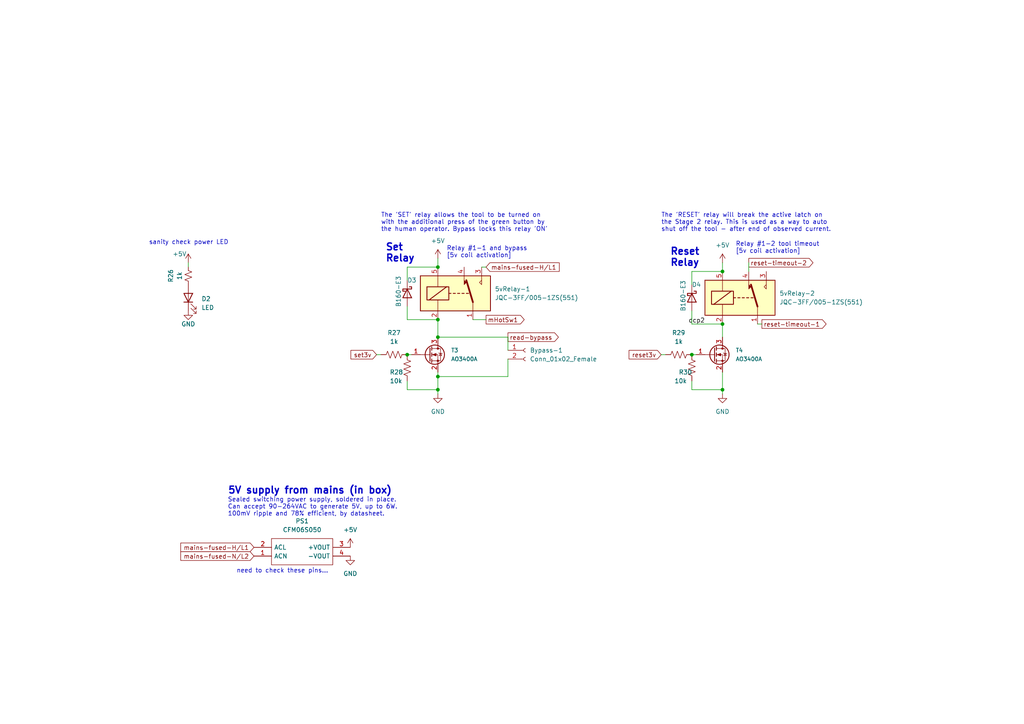
<source format=kicad_sch>
(kicad_sch (version 20211123) (generator eeschema)
  (paper "A4")
  (lib_symbols
    (symbol "CFM06S050-E-Cincon:CFM06S050-E" (pin_names (offset 0.762))
      (property "Reference" "PS" (at 24.13 7.62 0))
      (property "Value" "CFM06S050-E" (at 24.13 5.08 0))
      (symbol "CFM06S050-E_0_0"
        (pin passive line (at 0 -2.54 0) (length 5.08) (name "ACN") (number "1"))
        (pin passive line (at 0 0 0) (length 5.08) (name "ACL") (number "2"))
        (pin passive line (at 27.94 0 180) (length 5.08) (name "+VOUT") (number "3"))
        (pin passive line (at 27.94 -2.54 180) (length 5.08) (name "-VOUT") (number "4"))
      )
      (symbol "CFM06S050-E_0_1"
        (polyline (pts (xy 5.08 2.54) (xy 22.86 2.54) (xy 22.86 -5.08) (xy 5.08 -5.08) (xy 5.08 2.54)) (stroke (width 0.1524)))
      )
    )
    (symbol "Connector:Conn_01x02_Female" (pin_names (offset 1.016) hide)
      (property "Reference" "J" (at 0 2.54 0))
      (property "Value" "Conn_01x02_Female" (at 0 -5.08 0))
      (symbol "Conn_01x02_Female_1_1"
        (arc (start 0 -2.032) (mid -0.508 -2.54) (end 0 -3.048) (stroke (width 0.1524)))
        (polyline (pts (xy -1.27 -2.54) (xy -0.508 -2.54)) (stroke (width 0.1524)))
        (polyline (pts (xy -1.27 0) (xy -0.508 0)) (stroke (width 0.1524)))
        (arc (start 0 0.508) (mid -0.508 0) (end 0 -0.508) (stroke (width 0.1524)))
        (pin passive line (at -5.08 0 0) (length 3.81) (name "Pin_1") (number "1"))
        (pin passive line (at -5.08 -2.54 0) (length 3.81) (name "Pin_2") (number "2"))
      )
    )
    (symbol "Device:LED" (pin_numbers hide) (pin_names (offset 1.016) hide)
      (property "Reference" "D" (at 0 2.54 0))
      (property "Value" "LED" (at 0 -2.54 0))
      (symbol "LED_0_1"
        (polyline (pts (xy -1.27 -1.27) (xy -1.27 1.27)) (stroke (width 0.254)))
        (polyline (pts (xy -1.27 0) (xy 1.27 0)))
        (polyline (pts (xy 1.27 -1.27) (xy 1.27 1.27) (xy -1.27 0) (xy 1.27 -1.27)) (stroke (width 0.254)))
        (polyline (pts (xy -3.048 -0.762) (xy -4.572 -2.286) (xy -3.81 -2.286) (xy -4.572 -2.286) (xy -4.572 -1.524)))
        (polyline (pts (xy -1.778 -0.762) (xy -3.302 -2.286) (xy -2.54 -2.286) (xy -3.302 -2.286) (xy -3.302 -1.524)))
      )
      (symbol "LED_1_1"
        (pin passive line (at -3.81 0 0) (length 2.54) (name "K") (number "1"))
        (pin passive line (at 3.81 0 180) (length 2.54) (name "A") (number "2"))
      )
    )
    (symbol "Device:R_Small_US" (pin_numbers hide) (pin_names (offset 0.254) hide)
      (property "Reference" "R" (at 0.762 0.508 0))
      (property "Value" "R_Small_US" (at 0.762 -1.016 0))
      (symbol "R_Small_US_1_1"
        (polyline (pts (xy 0 0) (xy 1.016 -0.381) (xy 0 -0.762) (xy -1.016 -1.143) (xy 0 -1.524)))
        (polyline (pts (xy 0 1.524) (xy 1.016 1.143) (xy 0 0.762) (xy -1.016 0.381) (xy 0 0)))
        (pin passive line (at 0 2.54 270) (length 1.016) (name "~") (number "1"))
        (pin passive line (at 0 -2.54 90) (length 1.016) (name "~") (number "2"))
      )
    )
    (symbol "Device:R_US" (pin_numbers hide) (pin_names (offset 0))
      (property "Reference" "R" (at 2.54 0 90))
      (property "Value" "R_US" (at -2.54 0 90))
      (symbol "R_US_0_1"
        (polyline (pts (xy 0 -2.286) (xy 0 -2.54)))
        (polyline (pts (xy 0 2.286) (xy 0 2.54)))
        (polyline (pts (xy 0 -0.762) (xy 1.016 -1.143) (xy 0 -1.524) (xy -1.016 -1.905) (xy 0 -2.286)))
        (polyline (pts (xy 0 0.762) (xy 1.016 0.381) (xy 0 0) (xy -1.016 -0.381) (xy 0 -0.762)))
        (polyline (pts (xy 0 2.286) (xy 1.016 1.905) (xy 0 1.524) (xy -1.016 1.143) (xy 0 0.762)))
      )
      (symbol "R_US_1_1"
        (pin passive line (at 0 3.81 270) (length 1.27) (name "~") (number "1"))
        (pin passive line (at 0 -3.81 90) (length 1.27) (name "~") (number "2"))
      )
    )
    (symbol "Diode:B160-E3" (pin_numbers hide) (pin_names hide)
      (property "Reference" "D" (at 0 2.54 0))
      (property "Value" "B160-E3" (at 0 -2.54 0))
      (symbol "B160-E3_0_1"
        (polyline (pts (xy 1.27 0) (xy -1.27 0)))
        (polyline (pts (xy 1.27 1.27) (xy 1.27 -1.27) (xy -1.27 0) (xy 1.27 1.27)) (stroke (width 0.254)))
        (polyline (pts (xy -1.905 0.635) (xy -1.905 1.27) (xy -1.27 1.27) (xy -1.27 -1.27) (xy -0.635 -1.27) (xy -0.635 -0.635)) (stroke (width 0.254)))
      )
      (symbol "B160-E3_1_1"
        (pin passive line (at -3.81 0 0) (length 2.54) (name "K") (number "1"))
        (pin passive line (at 3.81 0 180) (length 2.54) (name "A") (number "2"))
      )
    )
    (symbol "Relay:SANYOU_SRD_Form_C"
      (property "Reference" "K" (at 11.43 3.81 0))
      (property "Value" "SANYOU_SRD_Form_C" (at 11.43 1.27 0))
      (symbol "SANYOU_SRD_Form_C_0_0"
        (polyline (pts (xy 7.62 5.08) (xy 7.62 2.54) (xy 6.985 3.175) (xy 7.62 3.81)))
      )
      (symbol "SANYOU_SRD_Form_C_0_1"
        (rectangle (start -10.16 5.08) (end 10.16 -5.08) (stroke (width 0.254)) (fill (type background)))
        (rectangle (start -8.255 1.905) (end -1.905 -1.905) (stroke (width 0.254)))
        (polyline (pts (xy -7.62 -1.905) (xy -2.54 1.905)) (stroke (width 0.254)))
        (polyline (pts (xy -5.08 -5.08) (xy -5.08 -1.905)))
        (polyline (pts (xy -5.08 5.08) (xy -5.08 1.905)))
        (polyline (pts (xy -1.905 0) (xy -1.27 0)) (stroke (width 0.254)))
        (polyline (pts (xy -0.635 0) (xy 0 0)) (stroke (width 0.254)))
        (polyline (pts (xy 0.635 0) (xy 1.27 0)) (stroke (width 0.254)))
        (polyline (pts (xy 1.905 0) (xy 2.54 0)) (stroke (width 0.254)))
        (polyline (pts (xy 3.175 0) (xy 3.81 0)) (stroke (width 0.254)))
        (polyline (pts (xy 5.08 -2.54) (xy 3.175 3.81)) (stroke (width 0.508)))
        (polyline (pts (xy 5.08 -2.54) (xy 5.08 -5.08)))
      )
      (symbol "SANYOU_SRD_Form_C_1_1"
        (polyline (pts (xy 2.54 3.81) (xy 3.175 3.175) (xy 2.54 2.54) (xy 2.54 5.08)) (fill (type outline)))
        (pin passive line (at 5.08 -7.62 90) (length 2.54) (name "~") (number "1"))
        (pin passive line (at -5.08 -7.62 90) (length 2.54) (name "~") (number "2"))
        (pin passive line (at 7.62 7.62 270) (length 2.54) (name "~") (number "3"))
        (pin passive line (at 2.54 7.62 270) (length 2.54) (name "~") (number "4"))
        (pin passive line (at -5.08 7.62 270) (length 2.54) (name "~") (number "5"))
      )
    )
    (symbol "Transistor_FET:AO3400A" (pin_names hide)
      (property "Reference" "Q" (at 5.08 1.905 0))
      (property "Value" "AO3400A" (at 5.08 0 0))
      (symbol "AO3400A_0_1"
        (polyline (pts (xy 0.254 0) (xy -2.54 0)))
        (polyline (pts (xy 0.254 1.905) (xy 0.254 -1.905)) (stroke (width 0.254)))
        (polyline (pts (xy 0.762 -1.27) (xy 0.762 -2.286)) (stroke (width 0.254)))
        (polyline (pts (xy 0.762 0.508) (xy 0.762 -0.508)) (stroke (width 0.254)))
        (polyline (pts (xy 0.762 2.286) (xy 0.762 1.27)) (stroke (width 0.254)))
        (polyline (pts (xy 2.54 2.54) (xy 2.54 1.778)))
        (polyline (pts (xy 2.54 -2.54) (xy 2.54 0) (xy 0.762 0)))
        (polyline (pts (xy 0.762 -1.778) (xy 3.302 -1.778) (xy 3.302 1.778) (xy 0.762 1.778)))
        (polyline (pts (xy 1.016 0) (xy 2.032 0.381) (xy 2.032 -0.381) (xy 1.016 0)) (fill (type outline)))
        (polyline (pts (xy 2.794 0.508) (xy 2.921 0.381) (xy 3.683 0.381) (xy 3.81 0.254)))
        (polyline (pts (xy 3.302 0.381) (xy 2.921 -0.254) (xy 3.683 -0.254) (xy 3.302 0.381)))
        (circle (center 1.651 0) (radius 2.794) (stroke (width 0.254)))
        (circle (center 2.54 -1.778) (radius 0.254) (fill (type outline)))
        (circle (center 2.54 1.778) (radius 0.254) (fill (type outline)))
      )
      (symbol "AO3400A_1_1"
        (pin input line (at -5.08 0 0) (length 2.54) (name "G") (number "1"))
        (pin passive line (at 2.54 -5.08 90) (length 2.54) (name "S") (number "2"))
        (pin passive line (at 2.54 5.08 270) (length 2.54) (name "D") (number "3"))
      )
    )
    (symbol "power:+5V" (power) (pin_names (offset 0))
      (property "Value" "+5V" (at 0 3.556 0))
      (symbol "+5V_0_1"
        (polyline (pts (xy -0.762 1.27) (xy 0 2.54)))
        (polyline (pts (xy 0 0) (xy 0 2.54)))
        (polyline (pts (xy 0 2.54) (xy 0.762 1.27)))
      )
      (symbol "+5V_1_1"
        (pin power_in line (at 0 0 90) (length 0) hide (name "+5V") (number "1"))
      )
    )
    (symbol "power:GND" (power) (pin_names (offset 0))
      (property "Value" "GND" (at 0 -3.81 0))
      (symbol "GND_0_1"
        (polyline (pts (xy 0 0) (xy 0 -1.27) (xy 1.27 -1.27) (xy 0 -2.54) (xy -1.27 -1.27) (xy 0 -1.27)))
      )
      (symbol "GND_1_1"
        (pin power_in line (at 0 0 270) (length 0) hide (name "GND") (number "1"))
      )
    )
  )
  (junction (at 127 97.79))
  (junction (at 127 77.47))
  (junction (at 127 113.03))
  (junction (at 127 92.71))
  (junction (at 209.55 78.74))
  (junction (at 127 109.22))
  (junction (at 209.55 113.03))
  (junction (at 118.11 102.87))
  (junction (at 209.55 93.98))
  (junction (at 200.66 102.87))
  (wire (pts (xy 209.55 93.98) (xy 209.55 97.79)))
  (wire (pts (xy 127 113.03) (xy 127 114.3)))
  (wire (pts (xy 118.11 77.47) (xy 127 77.47)))
  (wire (pts (xy 140.97 77.47) (xy 139.7 77.47)))
  (wire (pts (xy 118.11 92.71) (xy 118.11 88.9)))
  (wire (pts (xy 118.11 102.87) (xy 119.38 102.87)))
  (wire (pts (xy 200.66 110.49) (xy 200.66 113.03)))
  (wire (pts (xy 127 74.93) (xy 127 77.47)))
  (wire (pts (xy 140.97 92.71) (xy 137.16 92.71)))
  (wire (pts (xy 127 92.71) (xy 127 97.79)))
  (wire (pts (xy 54.61 76.2) (xy 54.61 77.47)))
  (wire (pts (xy 191.77 102.87) (xy 193.04 102.87)))
  (wire (pts (xy 200.66 78.74) (xy 209.55 78.74)))
  (wire (pts (xy 147.32 104.14) (xy 147.32 109.22)))
  (wire (pts (xy 209.55 93.98) (xy 200.66 93.98)))
  (wire (pts (xy 127 92.71) (xy 118.11 92.71)))
  (wire (pts (xy 209.55 107.95) (xy 209.55 113.03)))
  (wire (pts (xy 127 97.79) (xy 147.32 97.79)))
  (wire (pts (xy 147.32 109.22) (xy 127 109.22)))
  (wire (pts (xy 217.17 76.2) (xy 217.17 78.74)))
  (wire (pts (xy 147.32 97.79) (xy 147.32 101.6)))
  (wire (pts (xy 200.66 82.55) (xy 200.66 78.74)))
  (wire (pts (xy 200.66 102.87) (xy 201.93 102.87)))
  (wire (pts (xy 109.22 102.87) (xy 110.49 102.87)))
  (wire (pts (xy 127 109.22) (xy 127 113.03)))
  (wire (pts (xy 118.11 81.28) (xy 118.11 77.47)))
  (wire (pts (xy 118.11 113.03) (xy 127 113.03)))
  (wire (pts (xy 118.11 110.49) (xy 118.11 113.03)))
  (wire (pts (xy 200.66 93.98) (xy 200.66 90.17)))
  (wire (pts (xy 209.55 113.03) (xy 209.55 114.3)))
  (wire (pts (xy 127 107.95) (xy 127 109.22)))
  (wire (pts (xy 200.66 113.03) (xy 209.55 113.03)))
  (wire (pts (xy 209.55 76.2) (xy 209.55 78.74)))
  (wire (pts (xy 220.98 93.98) (xy 219.71 93.98)))
  (text "The 'SET' relay allows the tool to be turned on\nwith the additional press of the green button by\nthe human operator. Bypass locks this relay 'ON'" (at 110.49 67.31 0) (effects (font (size 1.27 1.27)) (justify left bottom)))
  (text "The 'RESET' relay will break the active latch on\nthe Stage 2 relay. This is used as a way to auto \nshut off the tool - after end of observed current." (at 191.77 67.31 0) (effects (font (size 1.27 1.27)) (justify left bottom)))
  (text "need to check these pins...\n" (at 68.58 166.37 0) (effects (font (size 1.27 1.27)) (justify left bottom)))
  (text "Relay #1-2 tool timeout\n[5v coil activation]" (at 213.36 73.66 0) (effects (font (size 1.27 1.27)) (justify left bottom)))
  (text "Sealed switching power supply, soldered in place.\nCan accept 90-264VAC to generate 5V, up to 6W.\n100mV ripple and 78% efficient, by datasheet." (at 66.04 149.86 0) (effects (font (size 1.27 1.27)) (justify left bottom)))
  (text "Set\nRelay" (at 111.76 76.2 0) (effects (font (size 2 2) (thickness 0.4) bold) (justify left bottom)))
  (text "Reset\nRelay" (at 194.31 77.47 0) (effects (font (size 2 2) (thickness 0.4) bold) (justify left bottom)))
  (text "sanity check power LED\n" (at 43.18 71.12 0) (effects (font (size 1.27 1.27)) (justify left bottom)))
  (text "5V supply from mains (in box)" (at 66.04 143.51 0) (effects (font (size 2 2) (thickness 0.4) bold) (justify left bottom)))
  (text "Relay #1-1 and bypass\n[5v coil activation]" (at 129.54 74.93 0) (effects (font (size 1.27 1.27)) (justify left bottom)))
  (label "dcp2" (at 204.47 93.98 180))
  (global_label "reset3v" (shape input) (at 191.77 102.87 180) (property "Intersheet References" "${INTERSHEET_REFS}" (effects hide)))
  (global_label "reset-timeout-2" (shape output) (at 217.17 76.2 0) (property "Intersheet References" "${INTERSHEET_REFS}" (effects hide)))
  (global_label "mains-fused-N{slash}L2" (shape input) (at 73.66 161.29 180) (property "Intersheet References" "${INTERSHEET_REFS}" (effects hide)))
  (global_label "set3v" (shape input) (at 109.22 102.87 180) (property "Intersheet References" "${INTERSHEET_REFS}" (effects hide)))
  (global_label "reset-timeout-1" (shape output) (at 220.98 93.98 0) (property "Intersheet References" "${INTERSHEET_REFS}" (effects hide)))
  (global_label "mains-fused-H{slash}L1" (shape input) (at 140.97 77.47 0) (property "Intersheet References" "${INTERSHEET_REFS}" (effects hide)))
  (global_label "mHotSw1" (shape output) (at 140.97 92.71 0) (property "Intersheet References" "${INTERSHEET_REFS}" (effects hide)))
  (global_label "mains-fused-H{slash}L1" (shape input) (at 73.66 158.75 180) (property "Intersheet References" "${INTERSHEET_REFS}" (effects hide)))
  (global_label "read-bypass" (shape output) (at 147.32 97.79 0) (property "Intersheet References" "${INTERSHEET_REFS}" (effects hide)))
  (symbol (lib_id "Device:R_US") (at 118.11 106.68 0) (unit 1)
    (property "Reference" "R28" (at 113.03 107.95 0) (effects (justify left)))
    (property "Value" "10k" (at 113.03 110.49 0) (effects (justify left)))
    (property "Footprint" "Resistor_SMD:R_0603_1608Metric" (effects hide))
    (property "JLCPCB Part #" "C25804" (effects hide))
  )
  (symbol (lib_id "CFM06S050-E-Cincon:CFM06S050-E") (at 73.66 158.75 0) (unit 1)
    (property "Reference" "PS1" (at 87.63 151.13 0))
    (property "Value" "CFM06S050" (at 87.63 153.67 0))
    (property "Footprint" "CFM06S050-E - Cincon:CFM06S050E" (effects hide))
    (property "Datasheet" "https://www.cincon.com.tw/productdownload/SPEC-CFM06S-V12.pdf" (effects hide))
    (property "Description" "Switching Power Supplies AC-DC Open Frame, 6 Watt, Single Output, 5VDC Output, 1.2A, 78% Efficiency, Encapsulated" (effects hide))
    (property "Height" "20.2" (effects hide))
    (property "Mouser Part Number" "418-CFM06S050-E" (effects hide))
    (property "Mouser Price/Stock" "https://www.mouser.co.uk/ProductDetail/Cincon/CFM06S050-E?qs=w%2Fv1CP2dgqrTjUOBqLmfHg%3D%3D" (effects hide))
    (property "Manufacturer_Name" "Cincon" (effects hide))
    (property "Manufacturer_Part_Number" "CFM06S050-E" (effects hide))
  )
  (symbol (lib_id "Relay:SANYOU_SRD_Form_C") (at 132.08 85.09 0) (unit 1)
    (property "Reference" "5vRelay-1" (at 143.51 83.8199 0) (effects (justify left)))
    (property "Value" "JQC-3FF/005-1ZS(551)" (at 143.51 86.3599 0) (effects (justify left)))
    (property "Footprint" "Relay_THT:Relay_SPDT_SANYOU_SRD_Series_Form_C" (effects hide))
    (property "Datasheet" "https://datasheet.lcsc.com/lcsc/2109061830_HF-Xiamen-Hongfa-Electroacoustic-JQC-3FF-005-1ZS-551_C9221.pdf" (effects hide))
    (property "JLCPCB Part #" "C9221" (effects hide))
  )
  (symbol (lib_id "power:GND") (at 54.61 90.17 0) (unit 1)
    (property "Reference" "#PWR0159" (effects hide))
    (property "Value" "GND" (at 54.61 93.98 0))
  )
  (symbol (lib_id "Device:R_Small_US") (at 54.61 80.01 180) (unit 1)
    (property "Reference" "R26" (at 49.53 80.01 90))
    (property "Value" "1k" (at 52.07 80.01 90))
    (property "Footprint" "Resistor_SMD:R_0603_1608Metric" (effects hide))
    (property "JLCPCB Part #" "C21190" (effects hide))
  )
  (symbol (lib_id "power:+5V") (at 209.55 76.2 0) (unit 1)
    (property "Reference" "#PWR0156" (effects hide))
    (property "Value" "+5V" (at 209.55 71.12 0))
  )
  (symbol (lib_id "Device:R_US") (at 114.3 102.87 90) (unit 1)
    (property "Reference" "R27" (at 114.3 96.52 90))
    (property "Value" "1k" (at 114.3 99.06 90))
    (property "Footprint" "Resistor_SMD:R_0603_1608Metric" (effects hide))
    (property "JLCPCB Part #" "C21190" (effects hide))
  )
  (symbol (lib_id "Device:LED") (at 54.61 86.36 90) (unit 1)
    (property "Reference" "D2" (at 58.42 86.6774 90) (effects (justify right)))
    (property "Value" "LED" (at 58.42 89.2174 90) (effects (justify right)))
    (property "Footprint" "LED_SMD:LED_0603_1608Metric" (effects hide))
    (property "JLCPCB Part #" "C2286" (effects hide))
  )
  (symbol (lib_id "Diode:B160-E3") (at 118.11 85.09 270) (unit 1)
    (property "Reference" "D3" (at 118.11 81.28 90) (effects (justify left)))
    (property "Value" "B160-E3" (at 115.57 80.01 0) (effects (justify left)))
    (property "Footprint" "Diode_SMD:D_SMA" (effects hide))
    (property "Datasheet" "http://www.vishay.com/docs/88946/b120.pdf" (effects hide))
    (property "JLCPCB Part #" "C24784" (effects hide))
  )
  (symbol (lib_id "Transistor_FET:AO3400A") (at 124.46 102.87 0) (unit 1)
    (property "Reference" "T3" (at 130.81 101.6 0) (effects (font (size 1.143 1.143)) (justify left)))
    (property "Value" "AO3400A" (at 130.81 104.14 0) (effects (font (size 1.143 1.143)) (justify left)))
    (property "Footprint" "Package_TO_SOT_SMD:SOT-23" (effects hide))
    (property "Datasheet" "http://www.aosmd.com/pdfs/datasheet/AO3400A.pdf" (effects hide))
    (property "JLCPCB Part #" "C427382" (effects hide))
  )
  (symbol (lib_id "power:+5V") (at 54.61 76.2 0) (unit 1)
    (property "Reference" "#PWR0158" (effects hide))
    (property "Value" "+5V" (at 52.07 73.66 0))
  )
  (symbol (lib_id "Connector:Conn_01x02_Female") (at 152.4 101.6 0) (unit 1)
    (property "Reference" "Bypass-1" (at 153.67 101.5999 0) (effects (justify left)))
    (property "Value" "Conn_01x02_Female" (at 153.67 104.1399 0) (effects (justify left)))
    (property "Footprint" "Connector_JST:JST_PH_B2B-PH-K_1x02_P2.00mm_Vertical" (effects hide))
    (property "JLCPCB Part #" "C131337" (effects hide))
  )
  (symbol (lib_id "power:GND") (at 101.6 161.29 0) (unit 1)
    (property "Reference" "#PWR0160" (effects hide))
    (property "Value" "GND" (at 101.6 166.37 0))
  )
  (symbol (lib_id "Device:R_US") (at 196.85 102.87 90) (unit 1)
    (property "Reference" "R29" (at 196.85 96.52 90))
    (property "Value" "1k" (at 196.85 99.06 90))
    (property "Footprint" "Resistor_SMD:R_0603_1608Metric" (effects hide))
    (property "JLCPCB Part #" "C21190" (effects hide))
  )
  (symbol (lib_id "Diode:B160-E3") (at 200.66 86.36 270) (unit 1)
    (property "Reference" "D4" (at 200.66 82.55 90) (effects (justify left)))
    (property "Value" "B160-E3" (at 198.12 81.28 0) (effects (justify left)))
    (property "Footprint" "Diode_SMD:D_SMA" (effects hide))
    (property "Datasheet" "http://www.vishay.com/docs/88946/b120.pdf" (effects hide))
    (property "JLCPCB Part #" "C24784" (effects hide))
  )
  (symbol (lib_id "power:GND") (at 127 114.3 0) (unit 1)
    (property "Reference" "#PWR0162" (effects hide))
    (property "Value" "GND" (at 127 119.38 0))
  )
  (symbol (lib_id "Relay:SANYOU_SRD_Form_C") (at 214.63 86.36 0) (unit 1)
    (property "Reference" "5vRelay-2" (at 226.06 85.0899 0) (effects (justify left)))
    (property "Value" "JQC-3FF/005-1ZS(551)" (at 226.06 87.6299 0) (effects (justify left)))
    (property "Footprint" "Relay_THT:Relay_SPDT_SANYOU_SRD_Series_Form_C" (effects hide))
    (property "Datasheet" "https://datasheet.lcsc.com/lcsc/2109061830_HF-Xiamen-Hongfa-Electroacoustic-JQC-3FF-005-1ZS-551_C9221.pdf" (effects hide))
    (property "JLCPCB Part #" "C9221" (effects hide))
  )
  (symbol (lib_id "power:+5V") (at 127 74.93 0) (unit 1)
    (property "Reference" "#PWR0155" (effects hide))
    (property "Value" "+5V" (at 127 69.85 0))
  )
  (symbol (lib_id "power:GND") (at 209.55 114.3 0) (unit 1)
    (property "Reference" "#PWR0157" (effects hide))
    (property "Value" "GND" (at 209.55 119.38 0))
  )
  (symbol (lib_id "Device:R_US") (at 200.66 106.68 0) (unit 1)
    (property "Reference" "R30" (at 196.85 107.95 0) (effects (justify left)))
    (property "Value" "10k" (at 195.58 110.49 0) (effects (justify left)))
    (property "Footprint" "Resistor_SMD:R_0603_1608Metric" (effects hide))
    (property "JLCPCB Part #" "C25804" (effects hide))
  )
  (symbol (lib_id "Transistor_FET:AO3400A") (at 207.01 102.87 0) (unit 1)
    (property "Reference" "T4" (at 213.36 101.6 0) (effects (font (size 1.143 1.143)) (justify left)))
    (property "Value" "AO3400A" (at 213.36 104.14 0) (effects (font (size 1.143 1.143)) (justify left)))
    (property "Footprint" "Package_TO_SOT_SMD:SOT-23" (effects hide))
    (property "Datasheet" "http://www.aosmd.com/pdfs/datasheet/AO3400A.pdf" (effects hide))
    (property "JLCPCB Part #" "C427382" (effects hide))
  )
  (symbol (lib_id "power:+5V") (at 101.6 158.75 0) (unit 1)
    (property "Reference" "#PWR0161" (effects hide))
    (property "Value" "+5V" (at 101.6 153.67 0))
  )
)
</source>
